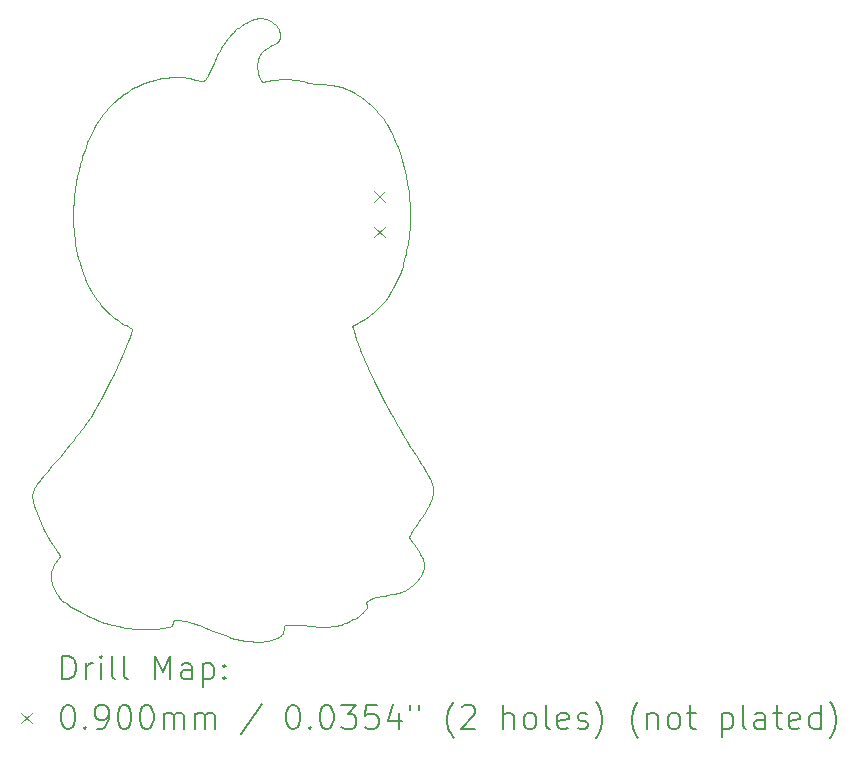
<source format=gbr>
%TF.GenerationSoftware,KiCad,Pcbnew,9.0.2*%
%TF.CreationDate,2025-10-05T19:09:34-07:00*%
%TF.ProjectId,PumpkinPCB,50756d70-6b69-46e5-9043-422e6b696361,rev?*%
%TF.SameCoordinates,Original*%
%TF.FileFunction,Drillmap*%
%TF.FilePolarity,Positive*%
%FSLAX45Y45*%
G04 Gerber Fmt 4.5, Leading zero omitted, Abs format (unit mm)*
G04 Created by KiCad (PCBNEW 9.0.2) date 2025-10-05 19:09:34*
%MOMM*%
%LPD*%
G01*
G04 APERTURE LIST*
%ADD10C,0.126999*%
%ADD11C,0.200000*%
%ADD12C,0.100000*%
G04 APERTURE END LIST*
D10*
X14603775Y-7254050D02*
X14615881Y-7254376D01*
X14621002Y-7254580D01*
X14625605Y-7254833D01*
X14629767Y-7255150D01*
X14633564Y-7255547D01*
X14637075Y-7256041D01*
X14640375Y-7256647D01*
X14643542Y-7257382D01*
X14646652Y-7258260D01*
X14649784Y-7259299D01*
X14653013Y-7260514D01*
X14656418Y-7261921D01*
X14660074Y-7263536D01*
X14668450Y-7267454D01*
X14678275Y-7272516D01*
X14687750Y-7278131D01*
X14696842Y-7284258D01*
X14705519Y-7290855D01*
X14713747Y-7297880D01*
X14721494Y-7305291D01*
X14728726Y-7313046D01*
X14735413Y-7321104D01*
X14741519Y-7329422D01*
X14747014Y-7337958D01*
X14751863Y-7346671D01*
X14756034Y-7355519D01*
X14759495Y-7364459D01*
X14762213Y-7373450D01*
X14764155Y-7382450D01*
X14764824Y-7386940D01*
X14765287Y-7391417D01*
X14765548Y-7394892D01*
X14765741Y-7398072D01*
X14765859Y-7400994D01*
X14765894Y-7403699D01*
X14765840Y-7406223D01*
X14765687Y-7408606D01*
X14765430Y-7410887D01*
X14765059Y-7413104D01*
X14764568Y-7415296D01*
X14763950Y-7417501D01*
X14763195Y-7419758D01*
X14762298Y-7422106D01*
X14761250Y-7424583D01*
X14760044Y-7427228D01*
X14758673Y-7430080D01*
X14757128Y-7433176D01*
X14754916Y-7437374D01*
X14752654Y-7441271D01*
X14750277Y-7444917D01*
X14747721Y-7448360D01*
X14744919Y-7451651D01*
X14741806Y-7454837D01*
X14738319Y-7457967D01*
X14734391Y-7461092D01*
X14729957Y-7464259D01*
X14724952Y-7467518D01*
X14719312Y-7470918D01*
X14712970Y-7474508D01*
X14705863Y-7478337D01*
X14697924Y-7482454D01*
X14679292Y-7491748D01*
X14669937Y-7496428D01*
X14661270Y-7500966D01*
X14653251Y-7505397D01*
X14645841Y-7509754D01*
X14639002Y-7514071D01*
X14632692Y-7518384D01*
X14626874Y-7522724D01*
X14621507Y-7527128D01*
X14616553Y-7531628D01*
X14611972Y-7536258D01*
X14607724Y-7541054D01*
X14603770Y-7546047D01*
X14600070Y-7551274D01*
X14596586Y-7556767D01*
X14593278Y-7562561D01*
X14590107Y-7568690D01*
X14586530Y-7576175D01*
X14584972Y-7579666D01*
X14583555Y-7583035D01*
X14582269Y-7586321D01*
X14581102Y-7589558D01*
X14580047Y-7592782D01*
X14579091Y-7596030D01*
X14578226Y-7599338D01*
X14577441Y-7602741D01*
X14576726Y-7606276D01*
X14576071Y-7609978D01*
X14574901Y-7618029D01*
X14573851Y-7627183D01*
X14573179Y-7634733D01*
X14572703Y-7642435D01*
X14572418Y-7650246D01*
X14572321Y-7658123D01*
X14572408Y-7666025D01*
X14572675Y-7673907D01*
X14573118Y-7681729D01*
X14573734Y-7689447D01*
X14574517Y-7697019D01*
X14575466Y-7704402D01*
X14576575Y-7711555D01*
X14577840Y-7718434D01*
X14579258Y-7724996D01*
X14580826Y-7731200D01*
X14582538Y-7737003D01*
X14584392Y-7742362D01*
X14586241Y-7747051D01*
X14588240Y-7751663D01*
X14590363Y-7756167D01*
X14592591Y-7760532D01*
X14594899Y-7764727D01*
X14597266Y-7768720D01*
X14599669Y-7772481D01*
X14602086Y-7775978D01*
X14604494Y-7779180D01*
X14606871Y-7782056D01*
X14608041Y-7783363D01*
X14609195Y-7784576D01*
X14610329Y-7785691D01*
X14611442Y-7786706D01*
X14612530Y-7787617D01*
X14613591Y-7788418D01*
X14614621Y-7789107D01*
X14615618Y-7789679D01*
X14616580Y-7790131D01*
X14617503Y-7790459D01*
X14618384Y-7790658D01*
X14619221Y-7790726D01*
X14621160Y-7790587D01*
X14624116Y-7790189D01*
X14627942Y-7789561D01*
X14632491Y-7788729D01*
X14643173Y-7786569D01*
X14654988Y-7783929D01*
X14670899Y-7780525D01*
X14687445Y-7777610D01*
X14704741Y-7775173D01*
X14722905Y-7773203D01*
X14742053Y-7771690D01*
X14762300Y-7770623D01*
X14783765Y-7769990D01*
X14806562Y-7769782D01*
X14829956Y-7770073D01*
X14852007Y-7770996D01*
X14873283Y-7772628D01*
X14894349Y-7775043D01*
X14915772Y-7778319D01*
X14938117Y-7782530D01*
X14961950Y-7787753D01*
X14987839Y-7794062D01*
X15004233Y-7798150D01*
X15018018Y-7801344D01*
X15030214Y-7803781D01*
X15036035Y-7804757D01*
X15041842Y-7805594D01*
X15053920Y-7806921D01*
X15067469Y-7807895D01*
X15083509Y-7808652D01*
X15103060Y-7809328D01*
X15126117Y-7810325D01*
X15148444Y-7811857D01*
X15170099Y-7813939D01*
X15191143Y-7816590D01*
X15211635Y-7819826D01*
X15231636Y-7823664D01*
X15251204Y-7828121D01*
X15270400Y-7833215D01*
X15289284Y-7838961D01*
X15307915Y-7845379D01*
X15326353Y-7852483D01*
X15344659Y-7860292D01*
X15362892Y-7868823D01*
X15381111Y-7878092D01*
X15399377Y-7888116D01*
X15417750Y-7898914D01*
X15437181Y-7911153D01*
X15456302Y-7924104D01*
X15475094Y-7937747D01*
X15493535Y-7952062D01*
X15511606Y-7967027D01*
X15529288Y-7982623D01*
X15546560Y-7998829D01*
X15563403Y-8015624D01*
X15579796Y-8032988D01*
X15595720Y-8050900D01*
X15611154Y-8069340D01*
X15626079Y-8088287D01*
X15640476Y-8107721D01*
X15654323Y-8127621D01*
X15667601Y-8147967D01*
X15680291Y-8168738D01*
X15689509Y-8184578D01*
X15697542Y-8198884D01*
X15704462Y-8211806D01*
X15710340Y-8223490D01*
X15712910Y-8228915D01*
X15715246Y-8234085D01*
X15717358Y-8239021D01*
X15719253Y-8243740D01*
X15720941Y-8248260D01*
X15722431Y-8252601D01*
X15723732Y-8256781D01*
X15724852Y-8260818D01*
X15726045Y-8264988D01*
X15727572Y-8269698D01*
X15729368Y-8274787D01*
X15731372Y-8280093D01*
X15733520Y-8285454D01*
X15735750Y-8290709D01*
X15737999Y-8295695D01*
X15740203Y-8300251D01*
X15750578Y-8321963D01*
X15760726Y-8345509D01*
X15770613Y-8370748D01*
X15780204Y-8397541D01*
X15798363Y-8455230D01*
X15814930Y-8517460D01*
X15829633Y-8583114D01*
X15842198Y-8651076D01*
X15852351Y-8720228D01*
X15859821Y-8789454D01*
X15861434Y-8815414D01*
X15862530Y-8848759D01*
X15863119Y-8886974D01*
X15863208Y-8927545D01*
X15862809Y-8967954D01*
X15861931Y-9005689D01*
X15860582Y-9038232D01*
X15858773Y-9063069D01*
X15855822Y-9089998D01*
X15852482Y-9115884D01*
X15848681Y-9141120D01*
X15844345Y-9166097D01*
X15839402Y-9191209D01*
X15833781Y-9216847D01*
X15827409Y-9243403D01*
X15820213Y-9271269D01*
X15817481Y-9281766D01*
X15814933Y-9291986D01*
X15812622Y-9301678D01*
X15810606Y-9310586D01*
X15808941Y-9318455D01*
X15807682Y-9325033D01*
X15806886Y-9330063D01*
X15806678Y-9331919D01*
X15806608Y-9333293D01*
X15805974Y-9339874D01*
X15804139Y-9348539D01*
X15801196Y-9359068D01*
X15797243Y-9371239D01*
X15786689Y-9399627D01*
X15773244Y-9431934D01*
X15757677Y-9466394D01*
X15740754Y-9501240D01*
X15723243Y-9534705D01*
X15705913Y-9565020D01*
X15695666Y-9581788D01*
X15686343Y-9596484D01*
X15677489Y-9609724D01*
X15668654Y-9622123D01*
X15659384Y-9634295D01*
X15649227Y-9646856D01*
X15637731Y-9660422D01*
X15624442Y-9675606D01*
X15613181Y-9687979D01*
X15601438Y-9700215D01*
X15589251Y-9712284D01*
X15576660Y-9724156D01*
X15563701Y-9735802D01*
X15550415Y-9747192D01*
X15536840Y-9758298D01*
X15523013Y-9769090D01*
X15508974Y-9779538D01*
X15494761Y-9789613D01*
X15480412Y-9799287D01*
X15465967Y-9808528D01*
X15451463Y-9817309D01*
X15436940Y-9825600D01*
X15422435Y-9833372D01*
X15407987Y-9840594D01*
X15403606Y-9842721D01*
X15399633Y-9844691D01*
X15396050Y-9846518D01*
X15392840Y-9848213D01*
X15389986Y-9849790D01*
X15387470Y-9851261D01*
X15386333Y-9851960D01*
X15385275Y-9852638D01*
X15384293Y-9853295D01*
X15383384Y-9853933D01*
X15382548Y-9854555D01*
X15381781Y-9855160D01*
X15381081Y-9855752D01*
X15380447Y-9856331D01*
X15379875Y-9856898D01*
X15379365Y-9857457D01*
X15378914Y-9858008D01*
X15378519Y-9858552D01*
X15378178Y-9859092D01*
X15377890Y-9859628D01*
X15377653Y-9860163D01*
X15377463Y-9860698D01*
X15377319Y-9861234D01*
X15377219Y-9861773D01*
X15377161Y-9862317D01*
X15377142Y-9862867D01*
X15377833Y-9866999D01*
X15379814Y-9874557D01*
X15387077Y-9898322D01*
X15410848Y-9969041D01*
X15439399Y-10048955D01*
X15452638Y-10084213D01*
X15463676Y-10111993D01*
X15486910Y-10167098D01*
X15496987Y-10190146D01*
X15507055Y-10212403D01*
X15517875Y-10235526D01*
X15530211Y-10261173D01*
X15562482Y-10326671D01*
X15584800Y-10371420D01*
X15604559Y-10410687D01*
X15619614Y-10440236D01*
X15627824Y-10455830D01*
X15647419Y-10491741D01*
X15680672Y-10553573D01*
X15706927Y-10602466D01*
X15726979Y-10639218D01*
X15747983Y-10676780D01*
X15777096Y-10728102D01*
X15806520Y-10778910D01*
X15838765Y-10833252D01*
X15866440Y-10878811D01*
X15876255Y-10894447D01*
X15882157Y-10903267D01*
X15883810Y-10905538D01*
X15885353Y-10907732D01*
X15886752Y-10909796D01*
X15887973Y-10911677D01*
X15888506Y-10912531D01*
X15888982Y-10913320D01*
X15889396Y-10914037D01*
X15889745Y-10914674D01*
X15890023Y-10915226D01*
X15890228Y-10915685D01*
X15890353Y-10916046D01*
X15890385Y-10916187D01*
X15890396Y-10916300D01*
X15890705Y-10917089D01*
X15891593Y-10918735D01*
X15894877Y-10924241D01*
X15905868Y-10941621D01*
X15919697Y-10962739D01*
X15932687Y-10981896D01*
X15934009Y-10983838D01*
X15935244Y-10985727D01*
X15936362Y-10987516D01*
X15937339Y-10989158D01*
X15937765Y-10989910D01*
X15938145Y-10990608D01*
X15938476Y-10991245D01*
X15938755Y-10991817D01*
X15938978Y-10992316D01*
X15939141Y-10992738D01*
X15939241Y-10993077D01*
X15939267Y-10993213D01*
X15939275Y-10993326D01*
X15939334Y-10993616D01*
X15939507Y-10994070D01*
X15940171Y-10995428D01*
X15941222Y-10997325D01*
X15942611Y-10999682D01*
X15944293Y-11002422D01*
X15946220Y-11005468D01*
X15948347Y-11008743D01*
X15950626Y-11012169D01*
X15960614Y-11027572D01*
X15972952Y-11047429D01*
X16000728Y-11093783D01*
X16014190Y-11116916D01*
X16026051Y-11137779D01*
X16035323Y-11154689D01*
X16041018Y-11165966D01*
X16045130Y-11175369D01*
X16048772Y-11184368D01*
X16051949Y-11193018D01*
X16054665Y-11201375D01*
X16056927Y-11209493D01*
X16058738Y-11217428D01*
X16060104Y-11225234D01*
X16061030Y-11232968D01*
X16061521Y-11240685D01*
X16061582Y-11248439D01*
X16061218Y-11256285D01*
X16060433Y-11264280D01*
X16059234Y-11272477D01*
X16057624Y-11280933D01*
X16055609Y-11289702D01*
X16053194Y-11298840D01*
X16046852Y-11319835D01*
X16043394Y-11330014D01*
X16039702Y-11340067D01*
X16035742Y-11350060D01*
X16031482Y-11360059D01*
X16026890Y-11370127D01*
X16021932Y-11380330D01*
X16016577Y-11390734D01*
X16010792Y-11401404D01*
X15997799Y-11423802D01*
X15982694Y-11448045D01*
X15965215Y-11474656D01*
X15952482Y-11493620D01*
X15943538Y-11506856D01*
X15936332Y-11517386D01*
X15928814Y-11528234D01*
X15909181Y-11556565D01*
X15893879Y-11579016D01*
X15888049Y-11587741D01*
X15883538Y-11594642D01*
X15880426Y-11599600D01*
X15879419Y-11601313D01*
X15878792Y-11602497D01*
X15878049Y-11603938D01*
X15876885Y-11606029D01*
X15873527Y-11611764D01*
X15869190Y-11618910D01*
X15864345Y-11626675D01*
X15852375Y-11645614D01*
X15867028Y-11662965D01*
X15872125Y-11669051D01*
X15876619Y-11674599D01*
X15880961Y-11680243D01*
X15885602Y-11686615D01*
X15890993Y-11694348D01*
X15897585Y-11704077D01*
X15916177Y-11732053D01*
X15929959Y-11752833D01*
X15939180Y-11766565D01*
X15942205Y-11771218D01*
X15945372Y-11776500D01*
X15948640Y-11782318D01*
X15951968Y-11788581D01*
X15958648Y-11802071D01*
X15965086Y-11816228D01*
X15970961Y-11830313D01*
X15975950Y-11843586D01*
X15978012Y-11849687D01*
X15979731Y-11855307D01*
X15981066Y-11860354D01*
X15981979Y-11864736D01*
X15983146Y-11873406D01*
X15983692Y-11882174D01*
X15983620Y-11891041D01*
X15982928Y-11900006D01*
X15981617Y-11909068D01*
X15979687Y-11918227D01*
X15977139Y-11927482D01*
X15973972Y-11936832D01*
X15970187Y-11946278D01*
X15965784Y-11955819D01*
X15960764Y-11965454D01*
X15955125Y-11975183D01*
X15948870Y-11985005D01*
X15941997Y-11994919D01*
X15934507Y-12004926D01*
X15926401Y-12015024D01*
X15918509Y-12024247D01*
X15910513Y-12032995D01*
X15902385Y-12041288D01*
X15894100Y-12049142D01*
X15885628Y-12056576D01*
X15876944Y-12063607D01*
X15868019Y-12070253D01*
X15858827Y-12076532D01*
X15849339Y-12082463D01*
X15839530Y-12088062D01*
X15829371Y-12093348D01*
X15818836Y-12098339D01*
X15807896Y-12103052D01*
X15796526Y-12107505D01*
X15784697Y-12111717D01*
X15772382Y-12115704D01*
X15766234Y-12117376D01*
X15757528Y-12119423D01*
X15734049Y-12124318D01*
X15705174Y-12129753D01*
X15674131Y-12135087D01*
X15643249Y-12140309D01*
X15614812Y-12145418D01*
X15591980Y-12149830D01*
X15583653Y-12151593D01*
X15577913Y-12152963D01*
X15572819Y-12154421D01*
X15567515Y-12156140D01*
X15562055Y-12158093D01*
X15556493Y-12160252D01*
X15550882Y-12162589D01*
X15545276Y-12165077D01*
X15539730Y-12167687D01*
X15534296Y-12170393D01*
X15529029Y-12173167D01*
X15523983Y-12175981D01*
X15519210Y-12178807D01*
X15514766Y-12181618D01*
X15510704Y-12184386D01*
X15507078Y-12187084D01*
X15503941Y-12189684D01*
X15501347Y-12192158D01*
X15498300Y-12195393D01*
X15497085Y-12196766D01*
X15496068Y-12198017D01*
X15495633Y-12198607D01*
X15495245Y-12199179D01*
X15494904Y-12199736D01*
X15494610Y-12200283D01*
X15494361Y-12200823D01*
X15494157Y-12201360D01*
X15493997Y-12201899D01*
X15493880Y-12202443D01*
X15493807Y-12202996D01*
X15493775Y-12203563D01*
X15493785Y-12204147D01*
X15493836Y-12204752D01*
X15493927Y-12205382D01*
X15494057Y-12206040D01*
X15494226Y-12206732D01*
X15494434Y-12207461D01*
X15494959Y-12209046D01*
X15495629Y-12210825D01*
X15497379Y-12215097D01*
X15497934Y-12216469D01*
X15498475Y-12217881D01*
X15499498Y-12220781D01*
X15500425Y-12223713D01*
X15501234Y-12226591D01*
X15501903Y-12229328D01*
X15502177Y-12230618D01*
X15502408Y-12231841D01*
X15502593Y-12232985D01*
X15502728Y-12234042D01*
X15502811Y-12234999D01*
X15502840Y-12235846D01*
X15502599Y-12238010D01*
X15501879Y-12240452D01*
X15500684Y-12243168D01*
X15499018Y-12246153D01*
X15496883Y-12249403D01*
X15494283Y-12252915D01*
X15491223Y-12256685D01*
X15487705Y-12260708D01*
X15483733Y-12264981D01*
X15479312Y-12269499D01*
X15474444Y-12274258D01*
X15469132Y-12279255D01*
X15463382Y-12284486D01*
X15457196Y-12289945D01*
X15443531Y-12301537D01*
X15432303Y-12310432D01*
X15420422Y-12319078D01*
X15407942Y-12327449D01*
X15394920Y-12335521D01*
X15381411Y-12343270D01*
X15367470Y-12350672D01*
X15353153Y-12357703D01*
X15338516Y-12364338D01*
X15323613Y-12370554D01*
X15308501Y-12376325D01*
X15293234Y-12381629D01*
X15277869Y-12386440D01*
X15262461Y-12390735D01*
X15247066Y-12394489D01*
X15231738Y-12397679D01*
X15216534Y-12400279D01*
X15200782Y-12402109D01*
X15181334Y-12403496D01*
X15159451Y-12404426D01*
X15136395Y-12404889D01*
X15113428Y-12404872D01*
X15091811Y-12404362D01*
X15072805Y-12403349D01*
X15057673Y-12401819D01*
X15030865Y-12398354D01*
X15001766Y-12395093D01*
X14971766Y-12392145D01*
X14942256Y-12389621D01*
X14914624Y-12387631D01*
X14890261Y-12386284D01*
X14870557Y-12385690D01*
X14856902Y-12385960D01*
X14846435Y-12386840D01*
X14836391Y-12387904D01*
X14827021Y-12389110D01*
X14822666Y-12389754D01*
X14818572Y-12390417D01*
X14814770Y-12391094D01*
X14811292Y-12391781D01*
X14808169Y-12392472D01*
X14805431Y-12393162D01*
X14803110Y-12393845D01*
X14801237Y-12394516D01*
X14799843Y-12395170D01*
X14799335Y-12395490D01*
X14798958Y-12395803D01*
X14798782Y-12396117D01*
X14798571Y-12396739D01*
X14798056Y-12398839D01*
X14797436Y-12401969D01*
X14796732Y-12405996D01*
X14795163Y-12416205D01*
X14793529Y-12428394D01*
X14792215Y-12438538D01*
X14791611Y-12442725D01*
X14791006Y-12446407D01*
X14790372Y-12449649D01*
X14790035Y-12451125D01*
X14789680Y-12452515D01*
X14789304Y-12453827D01*
X14788903Y-12455070D01*
X14788475Y-12456251D01*
X14788014Y-12457378D01*
X14787519Y-12458459D01*
X14786985Y-12459503D01*
X14786409Y-12460517D01*
X14785787Y-12461509D01*
X14785116Y-12462488D01*
X14784393Y-12463462D01*
X14783614Y-12464438D01*
X14782775Y-12465425D01*
X14780906Y-12467463D01*
X14778757Y-12469640D01*
X14776301Y-12472021D01*
X14773511Y-12474669D01*
X14768210Y-12479442D01*
X14762672Y-12483974D01*
X14756880Y-12488270D01*
X14750817Y-12492339D01*
X14744466Y-12496187D01*
X14737810Y-12499822D01*
X14730832Y-12503250D01*
X14723514Y-12506479D01*
X14715841Y-12509515D01*
X14707793Y-12512366D01*
X14699356Y-12515039D01*
X14690511Y-12517541D01*
X14681242Y-12519878D01*
X14671531Y-12522059D01*
X14661362Y-12524090D01*
X14650717Y-12525977D01*
X14640397Y-12527571D01*
X14630316Y-12528815D01*
X14620001Y-12529731D01*
X14608982Y-12530335D01*
X14596787Y-12530648D01*
X14582946Y-12530688D01*
X14566985Y-12530474D01*
X14548435Y-12530026D01*
X14515945Y-12528623D01*
X14500468Y-12527555D01*
X14485436Y-12526231D01*
X14470795Y-12524640D01*
X14456496Y-12522772D01*
X14442487Y-12520619D01*
X14428715Y-12518169D01*
X14415131Y-12515414D01*
X14401683Y-12512343D01*
X14388318Y-12508947D01*
X14374987Y-12505217D01*
X14361637Y-12501141D01*
X14348217Y-12496712D01*
X14334676Y-12491918D01*
X14320962Y-12486750D01*
X14196982Y-12437982D01*
X14095753Y-12397739D01*
X14085201Y-12393459D01*
X14073782Y-12389174D01*
X14048870Y-12380716D01*
X14022066Y-12372633D01*
X13994417Y-12365189D01*
X13966972Y-12358651D01*
X13940780Y-12353285D01*
X13916889Y-12349356D01*
X13906134Y-12348013D01*
X13896347Y-12347130D01*
X13866281Y-12345034D01*
X13858828Y-12367100D01*
X13857162Y-12371820D01*
X13855461Y-12376219D01*
X13853721Y-12380297D01*
X13851942Y-12384059D01*
X13850121Y-12387507D01*
X13849194Y-12389113D01*
X13848256Y-12390642D01*
X13847306Y-12392093D01*
X13846345Y-12393467D01*
X13845372Y-12394764D01*
X13844387Y-12395985D01*
X13843390Y-12397129D01*
X13842380Y-12398198D01*
X13841357Y-12399190D01*
X13840320Y-12400108D01*
X13839271Y-12400950D01*
X13838208Y-12401717D01*
X13837131Y-12402410D01*
X13836040Y-12403029D01*
X13834934Y-12403574D01*
X13833815Y-12404045D01*
X13832680Y-12404443D01*
X13831530Y-12404768D01*
X13830365Y-12405020D01*
X13829184Y-12405200D01*
X13827987Y-12405308D01*
X13826775Y-12405343D01*
X13824327Y-12405481D01*
X13820957Y-12405875D01*
X13816816Y-12406498D01*
X13812056Y-12407322D01*
X13806827Y-12408319D01*
X13801283Y-12409462D01*
X13795573Y-12410723D01*
X13789850Y-12412074D01*
X13771720Y-12416060D01*
X13752802Y-12419330D01*
X13732764Y-12421908D01*
X13711274Y-12423818D01*
X13688000Y-12425083D01*
X13662610Y-12425728D01*
X13634771Y-12425776D01*
X13604152Y-12425251D01*
X13573992Y-12424293D01*
X13546697Y-12422963D01*
X13521426Y-12421168D01*
X13497337Y-12418811D01*
X13473589Y-12415799D01*
X13449339Y-12412037D01*
X13423748Y-12407430D01*
X13395972Y-12401883D01*
X13352156Y-12392127D01*
X13311157Y-12381526D01*
X13291456Y-12375812D01*
X13272148Y-12369770D01*
X13253131Y-12363361D01*
X13234300Y-12356548D01*
X13215553Y-12349290D01*
X13196787Y-12341550D01*
X13177896Y-12333288D01*
X13158779Y-12324467D01*
X13119449Y-12304988D01*
X13077970Y-12282804D01*
X13061000Y-12273304D01*
X13044238Y-12263660D01*
X13027800Y-12253954D01*
X13011803Y-12244265D01*
X12996362Y-12234673D01*
X12981594Y-12225256D01*
X12967615Y-12216096D01*
X12954541Y-12207271D01*
X12942489Y-12198861D01*
X12931575Y-12190946D01*
X12921914Y-12183606D01*
X12913623Y-12176920D01*
X12906818Y-12170968D01*
X12901616Y-12165830D01*
X12899652Y-12163590D01*
X12898133Y-12161584D01*
X12897072Y-12159822D01*
X12896484Y-12158312D01*
X12896193Y-12157311D01*
X12895798Y-12156197D01*
X12895304Y-12154981D01*
X12894719Y-12153675D01*
X12894050Y-12152291D01*
X12893304Y-12150841D01*
X12891605Y-12147789D01*
X12889679Y-12144613D01*
X12887580Y-12141406D01*
X12885363Y-12138263D01*
X12884228Y-12136745D01*
X12883084Y-12135278D01*
X12877112Y-12127497D01*
X12871353Y-12119392D01*
X12865825Y-12111004D01*
X12860546Y-12102373D01*
X12855532Y-12093538D01*
X12850801Y-12084542D01*
X12846371Y-12075425D01*
X12842258Y-12066226D01*
X12838480Y-12056986D01*
X12835055Y-12047747D01*
X12831999Y-12038548D01*
X12829329Y-12029430D01*
X12827064Y-12020433D01*
X12825221Y-12011599D01*
X12823817Y-12002967D01*
X12822868Y-11994578D01*
X12822331Y-11984845D01*
X12822387Y-11974998D01*
X12823033Y-11965051D01*
X12824264Y-11955016D01*
X12826073Y-11944908D01*
X12828456Y-11934741D01*
X12831409Y-11924528D01*
X12834926Y-11914282D01*
X12839001Y-11904018D01*
X12843631Y-11893749D01*
X12848810Y-11883488D01*
X12854532Y-11873250D01*
X12860793Y-11863048D01*
X12867588Y-11852896D01*
X12874911Y-11842807D01*
X12882758Y-11832796D01*
X12890632Y-11823145D01*
X12893725Y-11819233D01*
X12896255Y-11815797D01*
X12897308Y-11814227D01*
X12898221Y-11812738D01*
X12898993Y-11811318D01*
X12899624Y-11809955D01*
X12900114Y-11808636D01*
X12900463Y-11807349D01*
X12900671Y-11806082D01*
X12900738Y-11804822D01*
X12900664Y-11803556D01*
X12900449Y-11802272D01*
X12900093Y-11800958D01*
X12899595Y-11799602D01*
X12898956Y-11798190D01*
X12898176Y-11796710D01*
X12897255Y-11795150D01*
X12896192Y-11793498D01*
X12893642Y-11789866D01*
X12890527Y-11785715D01*
X12882598Y-11775455D01*
X12880392Y-11772565D01*
X12878197Y-11769629D01*
X12876069Y-11766729D01*
X12874067Y-11763946D01*
X12872250Y-11761362D01*
X12870674Y-11759060D01*
X12869397Y-11757121D01*
X12868479Y-11755627D01*
X12865025Y-11750158D01*
X12858204Y-11739746D01*
X12838402Y-11710066D01*
X12817298Y-11677160D01*
X12796534Y-11641736D01*
X12776289Y-11604169D01*
X12756744Y-11564834D01*
X12738075Y-11524105D01*
X12720463Y-11482359D01*
X12704087Y-11439970D01*
X12689126Y-11397313D01*
X12684279Y-11382344D01*
X12680052Y-11368385D01*
X12676443Y-11355351D01*
X12673450Y-11343156D01*
X12671070Y-11331715D01*
X12669300Y-11320943D01*
X12668140Y-11310754D01*
X12667586Y-11301064D01*
X12667636Y-11291788D01*
X12668288Y-11282839D01*
X12669539Y-11274133D01*
X12671388Y-11265584D01*
X12673832Y-11257108D01*
X12676869Y-11248619D01*
X12680497Y-11240031D01*
X12684712Y-11231260D01*
X12688107Y-11224880D01*
X12691989Y-11218127D01*
X12696222Y-11211206D01*
X12700670Y-11204322D01*
X12705197Y-11197680D01*
X12709667Y-11191485D01*
X12713944Y-11185941D01*
X12715968Y-11183478D01*
X12717892Y-11181254D01*
X12721660Y-11176972D01*
X12725419Y-11172593D01*
X12729070Y-11168239D01*
X12732514Y-11164033D01*
X12735650Y-11160100D01*
X12738378Y-11156563D01*
X12740600Y-11153546D01*
X12742215Y-11151171D01*
X12744295Y-11148229D01*
X12747853Y-11143598D01*
X12758623Y-11130214D01*
X12772980Y-11112909D01*
X12789375Y-11093576D01*
X12837362Y-11036770D01*
X12898328Y-10963693D01*
X12954386Y-10895875D01*
X12987652Y-10854848D01*
X13007961Y-10829246D01*
X13036533Y-10793714D01*
X13058214Y-10766729D01*
X13077375Y-10742455D01*
X13094389Y-10720380D01*
X13109633Y-10699993D01*
X13123482Y-10680785D01*
X13136311Y-10662244D01*
X13148495Y-10643859D01*
X13160409Y-10625121D01*
X13190193Y-10575789D01*
X13222690Y-10519157D01*
X13256753Y-10457414D01*
X13291232Y-10392749D01*
X13324980Y-10327350D01*
X13356849Y-10263408D01*
X13385689Y-10203111D01*
X13410355Y-10148649D01*
X13425258Y-10113651D01*
X13441781Y-10073418D01*
X13458810Y-10030831D01*
X13475234Y-9988772D01*
X13489944Y-9950120D01*
X13501826Y-9917758D01*
X13509771Y-9894566D01*
X13511919Y-9887309D01*
X13512666Y-9883425D01*
X13512462Y-9882950D01*
X13511864Y-9882293D01*
X13510892Y-9881468D01*
X13509567Y-9880484D01*
X13505934Y-9878092D01*
X13501128Y-9875210D01*
X13495309Y-9871932D01*
X13488639Y-9868352D01*
X13481277Y-9864563D01*
X13473386Y-9860660D01*
X13459179Y-9853505D01*
X13444996Y-9845846D01*
X13430856Y-9837699D01*
X13416778Y-9829078D01*
X13402779Y-9819998D01*
X13388878Y-9810473D01*
X13375095Y-9800517D01*
X13361446Y-9790146D01*
X13347951Y-9779372D01*
X13334629Y-9768212D01*
X13321497Y-9756678D01*
X13308574Y-9744787D01*
X13295878Y-9732551D01*
X13283429Y-9719986D01*
X13271244Y-9707106D01*
X13259342Y-9693925D01*
X13246493Y-9678433D01*
X13231091Y-9658420D01*
X13214265Y-9635510D01*
X13197142Y-9611324D01*
X13180852Y-9587485D01*
X13166522Y-9565615D01*
X13155281Y-9547336D01*
X13151172Y-9540050D01*
X13148258Y-9534270D01*
X13145113Y-9527538D01*
X13141260Y-9519515D01*
X13137188Y-9511205D01*
X13133385Y-9503616D01*
X13129600Y-9495482D01*
X13124771Y-9483975D01*
X13112350Y-9451836D01*
X13096866Y-9409189D01*
X13079064Y-9358026D01*
X13067949Y-9323066D01*
X13057563Y-9285519D01*
X13048013Y-9245943D01*
X13039409Y-9204894D01*
X13031857Y-9162931D01*
X13025468Y-9120610D01*
X13020350Y-9078491D01*
X13016610Y-9037129D01*
X13015032Y-9007540D01*
X13014163Y-8972639D01*
X13013965Y-8934287D01*
X13014406Y-8894345D01*
X13015451Y-8854673D01*
X13017064Y-8817132D01*
X13019210Y-8783584D01*
X13021855Y-8755887D01*
X13029489Y-8698420D01*
X13038487Y-8641955D01*
X13048676Y-8587245D01*
X13059884Y-8535045D01*
X13071935Y-8486108D01*
X13084659Y-8441187D01*
X13091218Y-8420468D01*
X13097880Y-8401036D01*
X13104624Y-8382985D01*
X13111427Y-8366408D01*
X13113465Y-8361481D01*
X13115458Y-8356275D01*
X13117355Y-8350948D01*
X13119106Y-8345658D01*
X13120661Y-8340562D01*
X13121970Y-8335817D01*
X13122982Y-8331581D01*
X13123361Y-8329703D01*
X13123647Y-8328012D01*
X13124612Y-8324004D01*
X13126532Y-8318205D01*
X13132862Y-8302048D01*
X13141881Y-8281165D01*
X13152829Y-8257178D01*
X13164952Y-8231711D01*
X13177490Y-8206388D01*
X13189687Y-8182833D01*
X13200785Y-8162667D01*
X13207807Y-8150753D01*
X13215338Y-8138562D01*
X13223330Y-8126156D01*
X13231732Y-8113600D01*
X13249570Y-8088292D01*
X13268458Y-8063150D01*
X13287999Y-8038684D01*
X13307797Y-8015406D01*
X13317668Y-8004371D01*
X13327456Y-7993826D01*
X13337110Y-7983832D01*
X13346581Y-7974455D01*
X13359569Y-7962205D01*
X13372988Y-7950127D01*
X13386787Y-7938256D01*
X13400914Y-7926628D01*
X13415318Y-7915276D01*
X13429947Y-7904236D01*
X13444749Y-7893543D01*
X13459673Y-7883231D01*
X13474667Y-7873335D01*
X13489680Y-7863890D01*
X13504659Y-7854931D01*
X13519555Y-7846494D01*
X13534314Y-7838611D01*
X13548886Y-7831319D01*
X13563218Y-7824653D01*
X13577260Y-7818646D01*
X13615755Y-7803344D01*
X13650192Y-7790640D01*
X13666262Y-7785167D01*
X13681766Y-7780228D01*
X13696854Y-7775787D01*
X13711674Y-7771804D01*
X13726377Y-7768241D01*
X13741111Y-7765060D01*
X13756027Y-7762223D01*
X13771274Y-7759692D01*
X13787001Y-7757428D01*
X13803358Y-7755393D01*
X13838559Y-7751857D01*
X13868709Y-7749868D01*
X13883301Y-7749437D01*
X13897708Y-7749399D01*
X13912033Y-7749768D01*
X13926377Y-7750556D01*
X13940843Y-7751776D01*
X13955534Y-7753441D01*
X13970552Y-7755566D01*
X13985999Y-7758162D01*
X14001979Y-7761242D01*
X14018592Y-7764820D01*
X14054132Y-7773522D01*
X14093438Y-7784372D01*
X14095270Y-7784867D01*
X14097066Y-7785284D01*
X14098827Y-7785621D01*
X14100555Y-7785878D01*
X14102250Y-7786054D01*
X14103916Y-7786148D01*
X14105552Y-7786159D01*
X14107162Y-7786086D01*
X14108745Y-7785929D01*
X14110304Y-7785686D01*
X14111840Y-7785358D01*
X14113355Y-7784942D01*
X14114850Y-7784438D01*
X14116326Y-7783846D01*
X14117786Y-7783164D01*
X14119230Y-7782391D01*
X14120660Y-7781527D01*
X14122077Y-7780572D01*
X14123484Y-7779523D01*
X14124881Y-7778380D01*
X14126270Y-7777143D01*
X14127653Y-7775810D01*
X14129030Y-7774380D01*
X14130404Y-7772854D01*
X14133148Y-7769506D01*
X14135895Y-7765759D01*
X14138658Y-7761606D01*
X14141449Y-7757040D01*
X14145836Y-7749424D01*
X14150183Y-7741418D01*
X14154971Y-7732007D01*
X14160679Y-7720179D01*
X14176777Y-7685214D01*
X14202314Y-7628412D01*
X14212160Y-7606925D01*
X14222210Y-7585976D01*
X14232445Y-7565592D01*
X14242846Y-7545803D01*
X14253395Y-7526635D01*
X14264074Y-7508117D01*
X14274864Y-7490278D01*
X14285748Y-7473145D01*
X14296706Y-7456747D01*
X14307721Y-7441111D01*
X14318773Y-7426267D01*
X14329846Y-7412241D01*
X14340920Y-7399064D01*
X14351978Y-7386761D01*
X14363000Y-7375362D01*
X14373969Y-7364896D01*
X14383786Y-7356138D01*
X14393822Y-7347600D01*
X14404049Y-7339299D01*
X14414437Y-7331255D01*
X14424956Y-7323485D01*
X14435577Y-7316007D01*
X14446270Y-7308840D01*
X14457007Y-7302002D01*
X14467757Y-7295511D01*
X14478492Y-7289386D01*
X14489181Y-7283645D01*
X14499797Y-7278306D01*
X14510308Y-7273387D01*
X14520687Y-7268907D01*
X14530902Y-7264883D01*
X14540926Y-7261335D01*
X14548221Y-7259016D01*
X14551609Y-7258044D01*
X14554889Y-7257190D01*
X14558112Y-7256448D01*
X14561325Y-7255813D01*
X14564579Y-7255278D01*
X14567921Y-7254838D01*
X14571402Y-7254487D01*
X14575071Y-7254220D01*
X14583168Y-7253913D01*
X14592605Y-7253871D01*
X14603775Y-7254050D01*
D11*
D12*
X15563000Y-8716000D02*
X15653000Y-8806000D01*
X15653000Y-8716000D02*
X15563000Y-8806000D01*
X15563000Y-9016000D02*
X15653000Y-9106000D01*
X15653000Y-9016000D02*
X15563000Y-9106000D01*
D11*
X12922013Y-12848522D02*
X12922013Y-12648522D01*
X12922013Y-12648522D02*
X12969632Y-12648522D01*
X12969632Y-12648522D02*
X12998203Y-12658045D01*
X12998203Y-12658045D02*
X13017251Y-12677093D01*
X13017251Y-12677093D02*
X13026774Y-12696141D01*
X13026774Y-12696141D02*
X13036298Y-12734236D01*
X13036298Y-12734236D02*
X13036298Y-12762807D01*
X13036298Y-12762807D02*
X13026774Y-12800902D01*
X13026774Y-12800902D02*
X13017251Y-12819950D01*
X13017251Y-12819950D02*
X12998203Y-12838998D01*
X12998203Y-12838998D02*
X12969632Y-12848522D01*
X12969632Y-12848522D02*
X12922013Y-12848522D01*
X13122013Y-12848522D02*
X13122013Y-12715188D01*
X13122013Y-12753283D02*
X13131536Y-12734236D01*
X13131536Y-12734236D02*
X13141060Y-12724712D01*
X13141060Y-12724712D02*
X13160108Y-12715188D01*
X13160108Y-12715188D02*
X13179155Y-12715188D01*
X13245822Y-12848522D02*
X13245822Y-12715188D01*
X13245822Y-12648522D02*
X13236298Y-12658045D01*
X13236298Y-12658045D02*
X13245822Y-12667569D01*
X13245822Y-12667569D02*
X13255346Y-12658045D01*
X13255346Y-12658045D02*
X13245822Y-12648522D01*
X13245822Y-12648522D02*
X13245822Y-12667569D01*
X13369632Y-12848522D02*
X13350584Y-12838998D01*
X13350584Y-12838998D02*
X13341060Y-12819950D01*
X13341060Y-12819950D02*
X13341060Y-12648522D01*
X13474393Y-12848522D02*
X13455346Y-12838998D01*
X13455346Y-12838998D02*
X13445822Y-12819950D01*
X13445822Y-12819950D02*
X13445822Y-12648522D01*
X13702965Y-12848522D02*
X13702965Y-12648522D01*
X13702965Y-12648522D02*
X13769632Y-12791379D01*
X13769632Y-12791379D02*
X13836298Y-12648522D01*
X13836298Y-12648522D02*
X13836298Y-12848522D01*
X14017251Y-12848522D02*
X14017251Y-12743760D01*
X14017251Y-12743760D02*
X14007727Y-12724712D01*
X14007727Y-12724712D02*
X13988679Y-12715188D01*
X13988679Y-12715188D02*
X13950584Y-12715188D01*
X13950584Y-12715188D02*
X13931536Y-12724712D01*
X14017251Y-12838998D02*
X13998203Y-12848522D01*
X13998203Y-12848522D02*
X13950584Y-12848522D01*
X13950584Y-12848522D02*
X13931536Y-12838998D01*
X13931536Y-12838998D02*
X13922013Y-12819950D01*
X13922013Y-12819950D02*
X13922013Y-12800902D01*
X13922013Y-12800902D02*
X13931536Y-12781855D01*
X13931536Y-12781855D02*
X13950584Y-12772331D01*
X13950584Y-12772331D02*
X13998203Y-12772331D01*
X13998203Y-12772331D02*
X14017251Y-12762807D01*
X14112489Y-12715188D02*
X14112489Y-12915188D01*
X14112489Y-12724712D02*
X14131536Y-12715188D01*
X14131536Y-12715188D02*
X14169632Y-12715188D01*
X14169632Y-12715188D02*
X14188679Y-12724712D01*
X14188679Y-12724712D02*
X14198203Y-12734236D01*
X14198203Y-12734236D02*
X14207727Y-12753283D01*
X14207727Y-12753283D02*
X14207727Y-12810426D01*
X14207727Y-12810426D02*
X14198203Y-12829474D01*
X14198203Y-12829474D02*
X14188679Y-12838998D01*
X14188679Y-12838998D02*
X14169632Y-12848522D01*
X14169632Y-12848522D02*
X14131536Y-12848522D01*
X14131536Y-12848522D02*
X14112489Y-12838998D01*
X14293441Y-12829474D02*
X14302965Y-12838998D01*
X14302965Y-12838998D02*
X14293441Y-12848522D01*
X14293441Y-12848522D02*
X14283917Y-12838998D01*
X14283917Y-12838998D02*
X14293441Y-12829474D01*
X14293441Y-12829474D02*
X14293441Y-12848522D01*
X14293441Y-12724712D02*
X14302965Y-12734236D01*
X14302965Y-12734236D02*
X14293441Y-12743760D01*
X14293441Y-12743760D02*
X14283917Y-12734236D01*
X14283917Y-12734236D02*
X14293441Y-12724712D01*
X14293441Y-12724712D02*
X14293441Y-12743760D01*
D12*
X12571236Y-13132038D02*
X12661236Y-13222038D01*
X12661236Y-13132038D02*
X12571236Y-13222038D01*
D11*
X12960108Y-13068522D02*
X12979155Y-13068522D01*
X12979155Y-13068522D02*
X12998203Y-13078045D01*
X12998203Y-13078045D02*
X13007727Y-13087569D01*
X13007727Y-13087569D02*
X13017251Y-13106617D01*
X13017251Y-13106617D02*
X13026774Y-13144712D01*
X13026774Y-13144712D02*
X13026774Y-13192331D01*
X13026774Y-13192331D02*
X13017251Y-13230426D01*
X13017251Y-13230426D02*
X13007727Y-13249474D01*
X13007727Y-13249474D02*
X12998203Y-13258998D01*
X12998203Y-13258998D02*
X12979155Y-13268522D01*
X12979155Y-13268522D02*
X12960108Y-13268522D01*
X12960108Y-13268522D02*
X12941060Y-13258998D01*
X12941060Y-13258998D02*
X12931536Y-13249474D01*
X12931536Y-13249474D02*
X12922013Y-13230426D01*
X12922013Y-13230426D02*
X12912489Y-13192331D01*
X12912489Y-13192331D02*
X12912489Y-13144712D01*
X12912489Y-13144712D02*
X12922013Y-13106617D01*
X12922013Y-13106617D02*
X12931536Y-13087569D01*
X12931536Y-13087569D02*
X12941060Y-13078045D01*
X12941060Y-13078045D02*
X12960108Y-13068522D01*
X13112489Y-13249474D02*
X13122013Y-13258998D01*
X13122013Y-13258998D02*
X13112489Y-13268522D01*
X13112489Y-13268522D02*
X13102965Y-13258998D01*
X13102965Y-13258998D02*
X13112489Y-13249474D01*
X13112489Y-13249474D02*
X13112489Y-13268522D01*
X13217251Y-13268522D02*
X13255346Y-13268522D01*
X13255346Y-13268522D02*
X13274394Y-13258998D01*
X13274394Y-13258998D02*
X13283917Y-13249474D01*
X13283917Y-13249474D02*
X13302965Y-13220902D01*
X13302965Y-13220902D02*
X13312489Y-13182807D01*
X13312489Y-13182807D02*
X13312489Y-13106617D01*
X13312489Y-13106617D02*
X13302965Y-13087569D01*
X13302965Y-13087569D02*
X13293441Y-13078045D01*
X13293441Y-13078045D02*
X13274394Y-13068522D01*
X13274394Y-13068522D02*
X13236298Y-13068522D01*
X13236298Y-13068522D02*
X13217251Y-13078045D01*
X13217251Y-13078045D02*
X13207727Y-13087569D01*
X13207727Y-13087569D02*
X13198203Y-13106617D01*
X13198203Y-13106617D02*
X13198203Y-13154236D01*
X13198203Y-13154236D02*
X13207727Y-13173283D01*
X13207727Y-13173283D02*
X13217251Y-13182807D01*
X13217251Y-13182807D02*
X13236298Y-13192331D01*
X13236298Y-13192331D02*
X13274394Y-13192331D01*
X13274394Y-13192331D02*
X13293441Y-13182807D01*
X13293441Y-13182807D02*
X13302965Y-13173283D01*
X13302965Y-13173283D02*
X13312489Y-13154236D01*
X13436298Y-13068522D02*
X13455346Y-13068522D01*
X13455346Y-13068522D02*
X13474394Y-13078045D01*
X13474394Y-13078045D02*
X13483917Y-13087569D01*
X13483917Y-13087569D02*
X13493441Y-13106617D01*
X13493441Y-13106617D02*
X13502965Y-13144712D01*
X13502965Y-13144712D02*
X13502965Y-13192331D01*
X13502965Y-13192331D02*
X13493441Y-13230426D01*
X13493441Y-13230426D02*
X13483917Y-13249474D01*
X13483917Y-13249474D02*
X13474394Y-13258998D01*
X13474394Y-13258998D02*
X13455346Y-13268522D01*
X13455346Y-13268522D02*
X13436298Y-13268522D01*
X13436298Y-13268522D02*
X13417251Y-13258998D01*
X13417251Y-13258998D02*
X13407727Y-13249474D01*
X13407727Y-13249474D02*
X13398203Y-13230426D01*
X13398203Y-13230426D02*
X13388679Y-13192331D01*
X13388679Y-13192331D02*
X13388679Y-13144712D01*
X13388679Y-13144712D02*
X13398203Y-13106617D01*
X13398203Y-13106617D02*
X13407727Y-13087569D01*
X13407727Y-13087569D02*
X13417251Y-13078045D01*
X13417251Y-13078045D02*
X13436298Y-13068522D01*
X13626774Y-13068522D02*
X13645822Y-13068522D01*
X13645822Y-13068522D02*
X13664870Y-13078045D01*
X13664870Y-13078045D02*
X13674394Y-13087569D01*
X13674394Y-13087569D02*
X13683917Y-13106617D01*
X13683917Y-13106617D02*
X13693441Y-13144712D01*
X13693441Y-13144712D02*
X13693441Y-13192331D01*
X13693441Y-13192331D02*
X13683917Y-13230426D01*
X13683917Y-13230426D02*
X13674394Y-13249474D01*
X13674394Y-13249474D02*
X13664870Y-13258998D01*
X13664870Y-13258998D02*
X13645822Y-13268522D01*
X13645822Y-13268522D02*
X13626774Y-13268522D01*
X13626774Y-13268522D02*
X13607727Y-13258998D01*
X13607727Y-13258998D02*
X13598203Y-13249474D01*
X13598203Y-13249474D02*
X13588679Y-13230426D01*
X13588679Y-13230426D02*
X13579155Y-13192331D01*
X13579155Y-13192331D02*
X13579155Y-13144712D01*
X13579155Y-13144712D02*
X13588679Y-13106617D01*
X13588679Y-13106617D02*
X13598203Y-13087569D01*
X13598203Y-13087569D02*
X13607727Y-13078045D01*
X13607727Y-13078045D02*
X13626774Y-13068522D01*
X13779155Y-13268522D02*
X13779155Y-13135188D01*
X13779155Y-13154236D02*
X13788679Y-13144712D01*
X13788679Y-13144712D02*
X13807727Y-13135188D01*
X13807727Y-13135188D02*
X13836298Y-13135188D01*
X13836298Y-13135188D02*
X13855346Y-13144712D01*
X13855346Y-13144712D02*
X13864870Y-13163760D01*
X13864870Y-13163760D02*
X13864870Y-13268522D01*
X13864870Y-13163760D02*
X13874394Y-13144712D01*
X13874394Y-13144712D02*
X13893441Y-13135188D01*
X13893441Y-13135188D02*
X13922013Y-13135188D01*
X13922013Y-13135188D02*
X13941060Y-13144712D01*
X13941060Y-13144712D02*
X13950584Y-13163760D01*
X13950584Y-13163760D02*
X13950584Y-13268522D01*
X14045822Y-13268522D02*
X14045822Y-13135188D01*
X14045822Y-13154236D02*
X14055346Y-13144712D01*
X14055346Y-13144712D02*
X14074394Y-13135188D01*
X14074394Y-13135188D02*
X14102965Y-13135188D01*
X14102965Y-13135188D02*
X14122013Y-13144712D01*
X14122013Y-13144712D02*
X14131536Y-13163760D01*
X14131536Y-13163760D02*
X14131536Y-13268522D01*
X14131536Y-13163760D02*
X14141060Y-13144712D01*
X14141060Y-13144712D02*
X14160108Y-13135188D01*
X14160108Y-13135188D02*
X14188679Y-13135188D01*
X14188679Y-13135188D02*
X14207727Y-13144712D01*
X14207727Y-13144712D02*
X14217251Y-13163760D01*
X14217251Y-13163760D02*
X14217251Y-13268522D01*
X14607727Y-13058998D02*
X14436298Y-13316141D01*
X14864870Y-13068522D02*
X14883918Y-13068522D01*
X14883918Y-13068522D02*
X14902965Y-13078045D01*
X14902965Y-13078045D02*
X14912489Y-13087569D01*
X14912489Y-13087569D02*
X14922013Y-13106617D01*
X14922013Y-13106617D02*
X14931537Y-13144712D01*
X14931537Y-13144712D02*
X14931537Y-13192331D01*
X14931537Y-13192331D02*
X14922013Y-13230426D01*
X14922013Y-13230426D02*
X14912489Y-13249474D01*
X14912489Y-13249474D02*
X14902965Y-13258998D01*
X14902965Y-13258998D02*
X14883918Y-13268522D01*
X14883918Y-13268522D02*
X14864870Y-13268522D01*
X14864870Y-13268522D02*
X14845822Y-13258998D01*
X14845822Y-13258998D02*
X14836298Y-13249474D01*
X14836298Y-13249474D02*
X14826775Y-13230426D01*
X14826775Y-13230426D02*
X14817251Y-13192331D01*
X14817251Y-13192331D02*
X14817251Y-13144712D01*
X14817251Y-13144712D02*
X14826775Y-13106617D01*
X14826775Y-13106617D02*
X14836298Y-13087569D01*
X14836298Y-13087569D02*
X14845822Y-13078045D01*
X14845822Y-13078045D02*
X14864870Y-13068522D01*
X15017251Y-13249474D02*
X15026775Y-13258998D01*
X15026775Y-13258998D02*
X15017251Y-13268522D01*
X15017251Y-13268522D02*
X15007727Y-13258998D01*
X15007727Y-13258998D02*
X15017251Y-13249474D01*
X15017251Y-13249474D02*
X15017251Y-13268522D01*
X15150584Y-13068522D02*
X15169632Y-13068522D01*
X15169632Y-13068522D02*
X15188679Y-13078045D01*
X15188679Y-13078045D02*
X15198203Y-13087569D01*
X15198203Y-13087569D02*
X15207727Y-13106617D01*
X15207727Y-13106617D02*
X15217251Y-13144712D01*
X15217251Y-13144712D02*
X15217251Y-13192331D01*
X15217251Y-13192331D02*
X15207727Y-13230426D01*
X15207727Y-13230426D02*
X15198203Y-13249474D01*
X15198203Y-13249474D02*
X15188679Y-13258998D01*
X15188679Y-13258998D02*
X15169632Y-13268522D01*
X15169632Y-13268522D02*
X15150584Y-13268522D01*
X15150584Y-13268522D02*
X15131537Y-13258998D01*
X15131537Y-13258998D02*
X15122013Y-13249474D01*
X15122013Y-13249474D02*
X15112489Y-13230426D01*
X15112489Y-13230426D02*
X15102965Y-13192331D01*
X15102965Y-13192331D02*
X15102965Y-13144712D01*
X15102965Y-13144712D02*
X15112489Y-13106617D01*
X15112489Y-13106617D02*
X15122013Y-13087569D01*
X15122013Y-13087569D02*
X15131537Y-13078045D01*
X15131537Y-13078045D02*
X15150584Y-13068522D01*
X15283918Y-13068522D02*
X15407727Y-13068522D01*
X15407727Y-13068522D02*
X15341060Y-13144712D01*
X15341060Y-13144712D02*
X15369632Y-13144712D01*
X15369632Y-13144712D02*
X15388679Y-13154236D01*
X15388679Y-13154236D02*
X15398203Y-13163760D01*
X15398203Y-13163760D02*
X15407727Y-13182807D01*
X15407727Y-13182807D02*
X15407727Y-13230426D01*
X15407727Y-13230426D02*
X15398203Y-13249474D01*
X15398203Y-13249474D02*
X15388679Y-13258998D01*
X15388679Y-13258998D02*
X15369632Y-13268522D01*
X15369632Y-13268522D02*
X15312489Y-13268522D01*
X15312489Y-13268522D02*
X15293441Y-13258998D01*
X15293441Y-13258998D02*
X15283918Y-13249474D01*
X15588679Y-13068522D02*
X15493441Y-13068522D01*
X15493441Y-13068522D02*
X15483918Y-13163760D01*
X15483918Y-13163760D02*
X15493441Y-13154236D01*
X15493441Y-13154236D02*
X15512489Y-13144712D01*
X15512489Y-13144712D02*
X15560108Y-13144712D01*
X15560108Y-13144712D02*
X15579156Y-13154236D01*
X15579156Y-13154236D02*
X15588679Y-13163760D01*
X15588679Y-13163760D02*
X15598203Y-13182807D01*
X15598203Y-13182807D02*
X15598203Y-13230426D01*
X15598203Y-13230426D02*
X15588679Y-13249474D01*
X15588679Y-13249474D02*
X15579156Y-13258998D01*
X15579156Y-13258998D02*
X15560108Y-13268522D01*
X15560108Y-13268522D02*
X15512489Y-13268522D01*
X15512489Y-13268522D02*
X15493441Y-13258998D01*
X15493441Y-13258998D02*
X15483918Y-13249474D01*
X15769632Y-13135188D02*
X15769632Y-13268522D01*
X15722013Y-13058998D02*
X15674394Y-13201855D01*
X15674394Y-13201855D02*
X15798203Y-13201855D01*
X15864870Y-13068522D02*
X15864870Y-13106617D01*
X15941060Y-13068522D02*
X15941060Y-13106617D01*
X16236299Y-13344712D02*
X16226775Y-13335188D01*
X16226775Y-13335188D02*
X16207727Y-13306617D01*
X16207727Y-13306617D02*
X16198203Y-13287569D01*
X16198203Y-13287569D02*
X16188680Y-13258998D01*
X16188680Y-13258998D02*
X16179156Y-13211379D01*
X16179156Y-13211379D02*
X16179156Y-13173283D01*
X16179156Y-13173283D02*
X16188680Y-13125664D01*
X16188680Y-13125664D02*
X16198203Y-13097093D01*
X16198203Y-13097093D02*
X16207727Y-13078045D01*
X16207727Y-13078045D02*
X16226775Y-13049474D01*
X16226775Y-13049474D02*
X16236299Y-13039950D01*
X16302965Y-13087569D02*
X16312489Y-13078045D01*
X16312489Y-13078045D02*
X16331537Y-13068522D01*
X16331537Y-13068522D02*
X16379156Y-13068522D01*
X16379156Y-13068522D02*
X16398203Y-13078045D01*
X16398203Y-13078045D02*
X16407727Y-13087569D01*
X16407727Y-13087569D02*
X16417251Y-13106617D01*
X16417251Y-13106617D02*
X16417251Y-13125664D01*
X16417251Y-13125664D02*
X16407727Y-13154236D01*
X16407727Y-13154236D02*
X16293441Y-13268522D01*
X16293441Y-13268522D02*
X16417251Y-13268522D01*
X16655346Y-13268522D02*
X16655346Y-13068522D01*
X16741061Y-13268522D02*
X16741061Y-13163760D01*
X16741061Y-13163760D02*
X16731537Y-13144712D01*
X16731537Y-13144712D02*
X16712489Y-13135188D01*
X16712489Y-13135188D02*
X16683918Y-13135188D01*
X16683918Y-13135188D02*
X16664870Y-13144712D01*
X16664870Y-13144712D02*
X16655346Y-13154236D01*
X16864870Y-13268522D02*
X16845823Y-13258998D01*
X16845823Y-13258998D02*
X16836299Y-13249474D01*
X16836299Y-13249474D02*
X16826775Y-13230426D01*
X16826775Y-13230426D02*
X16826775Y-13173283D01*
X16826775Y-13173283D02*
X16836299Y-13154236D01*
X16836299Y-13154236D02*
X16845823Y-13144712D01*
X16845823Y-13144712D02*
X16864870Y-13135188D01*
X16864870Y-13135188D02*
X16893442Y-13135188D01*
X16893442Y-13135188D02*
X16912489Y-13144712D01*
X16912489Y-13144712D02*
X16922013Y-13154236D01*
X16922013Y-13154236D02*
X16931537Y-13173283D01*
X16931537Y-13173283D02*
X16931537Y-13230426D01*
X16931537Y-13230426D02*
X16922013Y-13249474D01*
X16922013Y-13249474D02*
X16912489Y-13258998D01*
X16912489Y-13258998D02*
X16893442Y-13268522D01*
X16893442Y-13268522D02*
X16864870Y-13268522D01*
X17045823Y-13268522D02*
X17026775Y-13258998D01*
X17026775Y-13258998D02*
X17017251Y-13239950D01*
X17017251Y-13239950D02*
X17017251Y-13068522D01*
X17198204Y-13258998D02*
X17179156Y-13268522D01*
X17179156Y-13268522D02*
X17141061Y-13268522D01*
X17141061Y-13268522D02*
X17122013Y-13258998D01*
X17122013Y-13258998D02*
X17112489Y-13239950D01*
X17112489Y-13239950D02*
X17112489Y-13163760D01*
X17112489Y-13163760D02*
X17122013Y-13144712D01*
X17122013Y-13144712D02*
X17141061Y-13135188D01*
X17141061Y-13135188D02*
X17179156Y-13135188D01*
X17179156Y-13135188D02*
X17198204Y-13144712D01*
X17198204Y-13144712D02*
X17207727Y-13163760D01*
X17207727Y-13163760D02*
X17207727Y-13182807D01*
X17207727Y-13182807D02*
X17112489Y-13201855D01*
X17283918Y-13258998D02*
X17302965Y-13268522D01*
X17302965Y-13268522D02*
X17341061Y-13268522D01*
X17341061Y-13268522D02*
X17360108Y-13258998D01*
X17360108Y-13258998D02*
X17369632Y-13239950D01*
X17369632Y-13239950D02*
X17369632Y-13230426D01*
X17369632Y-13230426D02*
X17360108Y-13211379D01*
X17360108Y-13211379D02*
X17341061Y-13201855D01*
X17341061Y-13201855D02*
X17312489Y-13201855D01*
X17312489Y-13201855D02*
X17293442Y-13192331D01*
X17293442Y-13192331D02*
X17283918Y-13173283D01*
X17283918Y-13173283D02*
X17283918Y-13163760D01*
X17283918Y-13163760D02*
X17293442Y-13144712D01*
X17293442Y-13144712D02*
X17312489Y-13135188D01*
X17312489Y-13135188D02*
X17341061Y-13135188D01*
X17341061Y-13135188D02*
X17360108Y-13144712D01*
X17436299Y-13344712D02*
X17445823Y-13335188D01*
X17445823Y-13335188D02*
X17464870Y-13306617D01*
X17464870Y-13306617D02*
X17474394Y-13287569D01*
X17474394Y-13287569D02*
X17483918Y-13258998D01*
X17483918Y-13258998D02*
X17493442Y-13211379D01*
X17493442Y-13211379D02*
X17493442Y-13173283D01*
X17493442Y-13173283D02*
X17483918Y-13125664D01*
X17483918Y-13125664D02*
X17474394Y-13097093D01*
X17474394Y-13097093D02*
X17464870Y-13078045D01*
X17464870Y-13078045D02*
X17445823Y-13049474D01*
X17445823Y-13049474D02*
X17436299Y-13039950D01*
X17798204Y-13344712D02*
X17788680Y-13335188D01*
X17788680Y-13335188D02*
X17769632Y-13306617D01*
X17769632Y-13306617D02*
X17760108Y-13287569D01*
X17760108Y-13287569D02*
X17750585Y-13258998D01*
X17750585Y-13258998D02*
X17741061Y-13211379D01*
X17741061Y-13211379D02*
X17741061Y-13173283D01*
X17741061Y-13173283D02*
X17750585Y-13125664D01*
X17750585Y-13125664D02*
X17760108Y-13097093D01*
X17760108Y-13097093D02*
X17769632Y-13078045D01*
X17769632Y-13078045D02*
X17788680Y-13049474D01*
X17788680Y-13049474D02*
X17798204Y-13039950D01*
X17874394Y-13135188D02*
X17874394Y-13268522D01*
X17874394Y-13154236D02*
X17883918Y-13144712D01*
X17883918Y-13144712D02*
X17902965Y-13135188D01*
X17902965Y-13135188D02*
X17931537Y-13135188D01*
X17931537Y-13135188D02*
X17950585Y-13144712D01*
X17950585Y-13144712D02*
X17960108Y-13163760D01*
X17960108Y-13163760D02*
X17960108Y-13268522D01*
X18083918Y-13268522D02*
X18064870Y-13258998D01*
X18064870Y-13258998D02*
X18055346Y-13249474D01*
X18055346Y-13249474D02*
X18045823Y-13230426D01*
X18045823Y-13230426D02*
X18045823Y-13173283D01*
X18045823Y-13173283D02*
X18055346Y-13154236D01*
X18055346Y-13154236D02*
X18064870Y-13144712D01*
X18064870Y-13144712D02*
X18083918Y-13135188D01*
X18083918Y-13135188D02*
X18112489Y-13135188D01*
X18112489Y-13135188D02*
X18131537Y-13144712D01*
X18131537Y-13144712D02*
X18141061Y-13154236D01*
X18141061Y-13154236D02*
X18150585Y-13173283D01*
X18150585Y-13173283D02*
X18150585Y-13230426D01*
X18150585Y-13230426D02*
X18141061Y-13249474D01*
X18141061Y-13249474D02*
X18131537Y-13258998D01*
X18131537Y-13258998D02*
X18112489Y-13268522D01*
X18112489Y-13268522D02*
X18083918Y-13268522D01*
X18207727Y-13135188D02*
X18283918Y-13135188D01*
X18236299Y-13068522D02*
X18236299Y-13239950D01*
X18236299Y-13239950D02*
X18245823Y-13258998D01*
X18245823Y-13258998D02*
X18264870Y-13268522D01*
X18264870Y-13268522D02*
X18283918Y-13268522D01*
X18502966Y-13135188D02*
X18502966Y-13335188D01*
X18502966Y-13144712D02*
X18522013Y-13135188D01*
X18522013Y-13135188D02*
X18560108Y-13135188D01*
X18560108Y-13135188D02*
X18579156Y-13144712D01*
X18579156Y-13144712D02*
X18588680Y-13154236D01*
X18588680Y-13154236D02*
X18598204Y-13173283D01*
X18598204Y-13173283D02*
X18598204Y-13230426D01*
X18598204Y-13230426D02*
X18588680Y-13249474D01*
X18588680Y-13249474D02*
X18579156Y-13258998D01*
X18579156Y-13258998D02*
X18560108Y-13268522D01*
X18560108Y-13268522D02*
X18522013Y-13268522D01*
X18522013Y-13268522D02*
X18502966Y-13258998D01*
X18712489Y-13268522D02*
X18693442Y-13258998D01*
X18693442Y-13258998D02*
X18683918Y-13239950D01*
X18683918Y-13239950D02*
X18683918Y-13068522D01*
X18874394Y-13268522D02*
X18874394Y-13163760D01*
X18874394Y-13163760D02*
X18864870Y-13144712D01*
X18864870Y-13144712D02*
X18845823Y-13135188D01*
X18845823Y-13135188D02*
X18807727Y-13135188D01*
X18807727Y-13135188D02*
X18788680Y-13144712D01*
X18874394Y-13258998D02*
X18855347Y-13268522D01*
X18855347Y-13268522D02*
X18807727Y-13268522D01*
X18807727Y-13268522D02*
X18788680Y-13258998D01*
X18788680Y-13258998D02*
X18779156Y-13239950D01*
X18779156Y-13239950D02*
X18779156Y-13220902D01*
X18779156Y-13220902D02*
X18788680Y-13201855D01*
X18788680Y-13201855D02*
X18807727Y-13192331D01*
X18807727Y-13192331D02*
X18855347Y-13192331D01*
X18855347Y-13192331D02*
X18874394Y-13182807D01*
X18941061Y-13135188D02*
X19017251Y-13135188D01*
X18969632Y-13068522D02*
X18969632Y-13239950D01*
X18969632Y-13239950D02*
X18979156Y-13258998D01*
X18979156Y-13258998D02*
X18998204Y-13268522D01*
X18998204Y-13268522D02*
X19017251Y-13268522D01*
X19160108Y-13258998D02*
X19141061Y-13268522D01*
X19141061Y-13268522D02*
X19102966Y-13268522D01*
X19102966Y-13268522D02*
X19083918Y-13258998D01*
X19083918Y-13258998D02*
X19074394Y-13239950D01*
X19074394Y-13239950D02*
X19074394Y-13163760D01*
X19074394Y-13163760D02*
X19083918Y-13144712D01*
X19083918Y-13144712D02*
X19102966Y-13135188D01*
X19102966Y-13135188D02*
X19141061Y-13135188D01*
X19141061Y-13135188D02*
X19160108Y-13144712D01*
X19160108Y-13144712D02*
X19169632Y-13163760D01*
X19169632Y-13163760D02*
X19169632Y-13182807D01*
X19169632Y-13182807D02*
X19074394Y-13201855D01*
X19341061Y-13268522D02*
X19341061Y-13068522D01*
X19341061Y-13258998D02*
X19322013Y-13268522D01*
X19322013Y-13268522D02*
X19283918Y-13268522D01*
X19283918Y-13268522D02*
X19264870Y-13258998D01*
X19264870Y-13258998D02*
X19255347Y-13249474D01*
X19255347Y-13249474D02*
X19245823Y-13230426D01*
X19245823Y-13230426D02*
X19245823Y-13173283D01*
X19245823Y-13173283D02*
X19255347Y-13154236D01*
X19255347Y-13154236D02*
X19264870Y-13144712D01*
X19264870Y-13144712D02*
X19283918Y-13135188D01*
X19283918Y-13135188D02*
X19322013Y-13135188D01*
X19322013Y-13135188D02*
X19341061Y-13144712D01*
X19417251Y-13344712D02*
X19426775Y-13335188D01*
X19426775Y-13335188D02*
X19445823Y-13306617D01*
X19445823Y-13306617D02*
X19455347Y-13287569D01*
X19455347Y-13287569D02*
X19464870Y-13258998D01*
X19464870Y-13258998D02*
X19474394Y-13211379D01*
X19474394Y-13211379D02*
X19474394Y-13173283D01*
X19474394Y-13173283D02*
X19464870Y-13125664D01*
X19464870Y-13125664D02*
X19455347Y-13097093D01*
X19455347Y-13097093D02*
X19445823Y-13078045D01*
X19445823Y-13078045D02*
X19426775Y-13049474D01*
X19426775Y-13049474D02*
X19417251Y-13039950D01*
M02*

</source>
